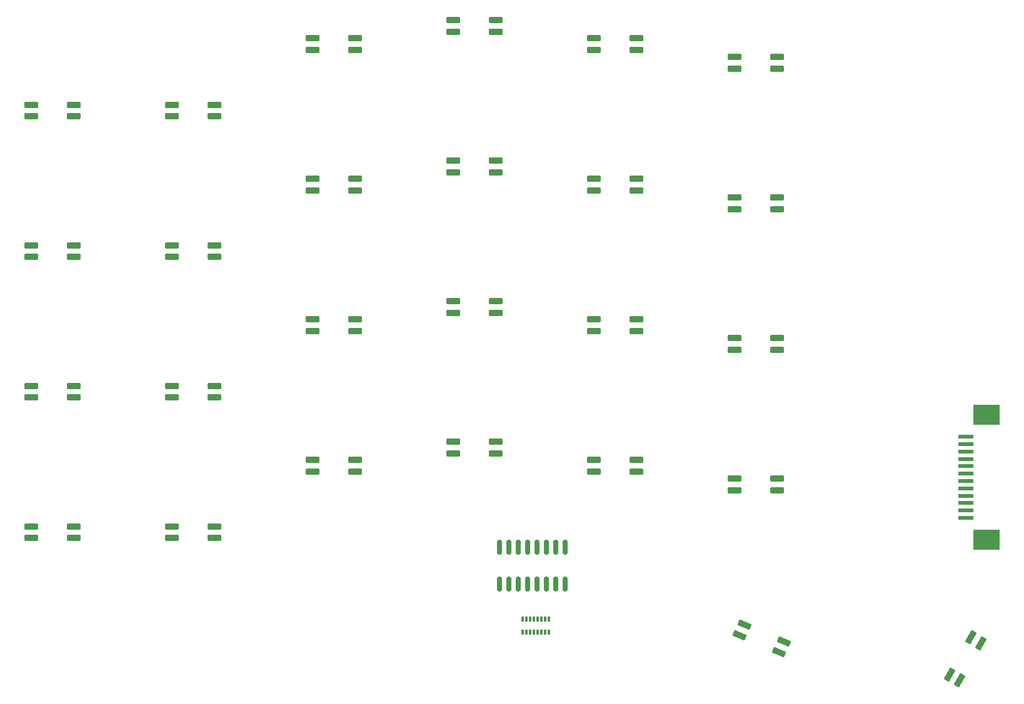
<source format=gbr>
%TF.GenerationSoftware,KiCad,Pcbnew,8.0.8-8.0.8-0~ubuntu22.04.1*%
%TF.CreationDate,2025-01-26T06:24:24-06:00*%
%TF.ProjectId,kbd,6b62642e-6b69-4636-9164-5f7063625858,rev?*%
%TF.SameCoordinates,Original*%
%TF.FileFunction,Paste,Top*%
%TF.FilePolarity,Positive*%
%FSLAX46Y46*%
G04 Gerber Fmt 4.6, Leading zero omitted, Abs format (unit mm)*
G04 Created by KiCad (PCBNEW 8.0.8-8.0.8-0~ubuntu22.04.1) date 2025-01-26 06:24:24*
%MOMM*%
%LPD*%
G01*
G04 APERTURE LIST*
G04 Aperture macros list*
%AMRoundRect*
0 Rectangle with rounded corners*
0 $1 Rounding radius*
0 $2 $3 $4 $5 $6 $7 $8 $9 X,Y pos of 4 corners*
0 Add a 4 corners polygon primitive as box body*
4,1,4,$2,$3,$4,$5,$6,$7,$8,$9,$2,$3,0*
0 Add four circle primitives for the rounded corners*
1,1,$1+$1,$2,$3*
1,1,$1+$1,$4,$5*
1,1,$1+$1,$6,$7*
1,1,$1+$1,$8,$9*
0 Add four rect primitives between the rounded corners*
20,1,$1+$1,$2,$3,$4,$5,0*
20,1,$1+$1,$4,$5,$6,$7,0*
20,1,$1+$1,$6,$7,$8,$9,0*
20,1,$1+$1,$8,$9,$2,$3,0*%
G04 Aperture macros list end*
%ADD10RoundRect,0.082000X0.818000X0.328000X-0.818000X0.328000X-0.818000X-0.328000X0.818000X-0.328000X0*%
%ADD11RoundRect,0.082000X-0.818000X-0.328000X0.818000X-0.328000X0.818000X0.328000X-0.818000X0.328000X0*%
%ADD12RoundRect,0.150000X-0.150000X0.850000X-0.150000X-0.850000X0.150000X-0.850000X0.150000X0.850000X0*%
%ADD13R,2.000000X0.610000*%
%ADD14R,3.600000X2.680000*%
%ADD15RoundRect,0.082000X0.124944X0.872409X-0.693056X-0.544409X-0.124944X-0.872409X0.693056X0.544409X0*%
%ADD16R,0.300000X0.800000*%
%ADD17RoundRect,0.082000X0.881133X-0.017692X-0.624813X0.621544X-0.881133X0.017692X0.624813X-0.621544X0*%
G04 APERTURE END LIST*
D10*
%TO.C,LED35*%
X158150000Y-115160000D03*
X158150000Y-116740000D03*
X152350000Y-116740000D03*
X152350000Y-115160000D03*
%TD*%
D11*
%TO.C,LED01*%
X76150000Y-66090000D03*
X76150000Y-64510000D03*
X81950000Y-64510000D03*
X81950000Y-66090000D03*
%TD*%
%TO.C,LED04*%
X133300000Y-57090000D03*
X133300000Y-55510000D03*
X139100000Y-55510000D03*
X139100000Y-57090000D03*
%TD*%
D10*
%TO.C,LED30*%
X62900000Y-121660000D03*
X62900000Y-123240000D03*
X57100000Y-123240000D03*
X57100000Y-121660000D03*
%TD*%
D11*
%TO.C,LED20*%
X57100000Y-104189999D03*
X57100000Y-102609999D03*
X62900000Y-102609999D03*
X62900000Y-104189999D03*
%TD*%
D12*
%TO.C,U4*%
X129445000Y-124500000D03*
X128175000Y-124500000D03*
X126905000Y-124500000D03*
X125635000Y-124500000D03*
X124365000Y-124500000D03*
X123095000Y-124500000D03*
X121825000Y-124500000D03*
X120555000Y-124500000D03*
X120555000Y-129500000D03*
X121825000Y-129500000D03*
X123095000Y-129500000D03*
X124365000Y-129500000D03*
X125635000Y-129500000D03*
X126905000Y-129500000D03*
X128175000Y-129500000D03*
X129445000Y-129500000D03*
%TD*%
D13*
%TO.C,J2*%
X183700000Y-120500000D03*
X183700000Y-119500000D03*
X183700000Y-118500000D03*
X183700000Y-117500000D03*
X183700000Y-116500000D03*
X183700000Y-115500000D03*
X183700000Y-114500000D03*
X183700000Y-113500000D03*
X183700000Y-112500000D03*
X183700000Y-111500000D03*
X183700000Y-110500000D03*
X183700000Y-109500000D03*
D14*
X186500000Y-123490000D03*
X186500000Y-106510000D03*
%TD*%
D10*
%TO.C,LED13*%
X120050000Y-72060000D03*
X120050000Y-73640000D03*
X114250000Y-73640000D03*
X114250000Y-72060000D03*
%TD*%
%TO.C,LED32*%
X101000000Y-112660000D03*
X101000000Y-114240000D03*
X95200000Y-114240000D03*
X95200000Y-112660000D03*
%TD*%
D11*
%TO.C,LED21*%
X76150000Y-104189999D03*
X76150000Y-102609999D03*
X81950000Y-102609999D03*
X81950000Y-104189999D03*
%TD*%
D15*
%TO.C,LED37*%
X184405840Y-136683526D03*
X185774160Y-137473526D03*
X182874160Y-142496474D03*
X181505840Y-141706474D03*
%TD*%
D11*
%TO.C,LED23*%
X114250000Y-92689999D03*
X114250000Y-91109999D03*
X120050000Y-91109999D03*
X120050000Y-92689999D03*
%TD*%
D16*
%TO.C,RN1*%
X127200000Y-134200000D03*
X126700000Y-134200000D03*
X126200000Y-134200000D03*
X125700000Y-134200000D03*
X125200000Y-134200000D03*
X124700000Y-134200000D03*
X124200000Y-134200000D03*
X123700000Y-134200000D03*
X123700000Y-136000000D03*
X124200000Y-136000000D03*
X124700000Y-136000000D03*
X125200000Y-136000000D03*
X125700000Y-136000000D03*
X126200000Y-136000000D03*
X126700000Y-136000000D03*
X127200000Y-136000000D03*
%TD*%
D10*
%TO.C,LED31*%
X81950000Y-121660000D03*
X81950000Y-123240000D03*
X76150000Y-123240000D03*
X76150000Y-121660000D03*
%TD*%
D11*
%TO.C,LED24*%
X133300000Y-95189999D03*
X133300000Y-93609999D03*
X139100000Y-93609999D03*
X139100000Y-95189999D03*
%TD*%
%TO.C,LED25*%
X152350000Y-97689999D03*
X152350000Y-96109999D03*
X158150000Y-96109999D03*
X158150000Y-97689999D03*
%TD*%
%TO.C,LED03*%
X114250000Y-54590000D03*
X114250000Y-53010000D03*
X120050000Y-53010000D03*
X120050000Y-54590000D03*
%TD*%
D10*
%TO.C,LED33*%
X120050000Y-110160000D03*
X120050000Y-111740000D03*
X114250000Y-111740000D03*
X114250000Y-110160000D03*
%TD*%
D17*
%TO.C,LED36*%
X159048142Y-137243667D03*
X158430786Y-138698065D03*
X153091858Y-136431825D03*
X153709214Y-134977427D03*
%TD*%
D10*
%TO.C,LED14*%
X139100000Y-74560000D03*
X139100000Y-76140000D03*
X133300000Y-76140000D03*
X133300000Y-74560000D03*
%TD*%
D11*
%TO.C,LED22*%
X95200000Y-95189999D03*
X95200000Y-93609999D03*
X101000000Y-93609999D03*
X101000000Y-95189999D03*
%TD*%
D10*
%TO.C,LED10*%
X62900000Y-83560000D03*
X62900000Y-85140000D03*
X57100000Y-85140000D03*
X57100000Y-83560000D03*
%TD*%
%TO.C,LED12*%
X101000000Y-74560000D03*
X101000000Y-76140000D03*
X95200000Y-76140000D03*
X95200000Y-74560000D03*
%TD*%
D11*
%TO.C,LED02*%
X95200000Y-57090000D03*
X95200000Y-55510000D03*
X101000000Y-55510000D03*
X101000000Y-57090000D03*
%TD*%
D10*
%TO.C,LED34*%
X139100000Y-112660000D03*
X139100000Y-114240000D03*
X133300000Y-114240000D03*
X133300000Y-112660000D03*
%TD*%
D11*
%TO.C,LED00*%
X57100000Y-66090000D03*
X57100000Y-64510000D03*
X62900000Y-64510000D03*
X62900000Y-66090000D03*
%TD*%
D10*
%TO.C,LED15*%
X158150000Y-77060000D03*
X158150000Y-78640000D03*
X152350000Y-78640000D03*
X152350000Y-77060000D03*
%TD*%
%TO.C,LED11*%
X81950000Y-83560000D03*
X81950000Y-85140000D03*
X76150000Y-85140000D03*
X76150000Y-83560000D03*
%TD*%
D11*
%TO.C,LED05*%
X152350000Y-59590000D03*
X152350000Y-58010000D03*
X158150000Y-58010000D03*
X158150000Y-59590000D03*
%TD*%
M02*

</source>
